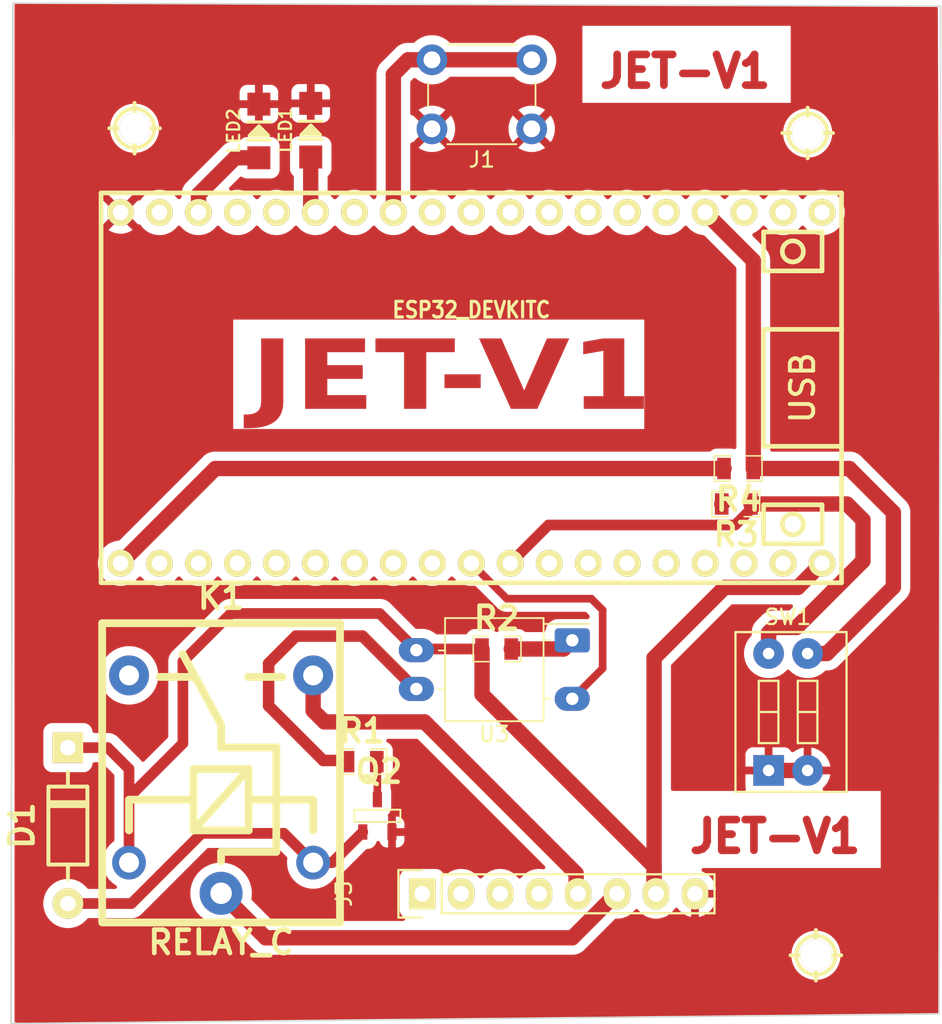
<source format=kicad_pcb>
(kicad_pcb (version 20221018) (generator pcbnew)
  (layers (0 "F.Cu" signal) (31 "B.Cu" signal) (34 "B.Paste" user) (35 "F.Paste" user) (36 "B.SilkS" user "B.Silkscreen") (37 "F.SilkS" user "F.Silkscreen") (38 "B.Mask" user) (39 "F.Mask" user) (44 "Edge.Cuts" user))
  (net 0 "")
  (net 1 "Net-(D1-A)")
  (net 2 "Net-(Q2-B)")
  (net 3 "GND")
  (net 4 "/D_OUT1")
  (net 5 "/D_OUT2")
  (net 6 "Net-(U3-A)")
  (net 7 "/R_OUT1")
  (net 8 "Net-(R1-Pad1)")
  (net 9 "/5V")
  (net 10 "/NEUTRAL_OUT")
  (net 11 "/NEUTRAL_IN")
  (net 13 "/3.3V")
  (net 44 "/BTN_IN")
  (net 48 "Net-(LED1-A)")
  (net 49 "Net-(LED2-A)")
  (footprint "Eestn5Pack:DO-41" (layer "F.Cu") (at 185.3946 143.51 90)
    (fp_text reference "D1" (at 0 -3 90) (layer "F.SilkS") (effects (font (size 1.524 1.524) (thickness 0.3048))))
    (fp_text value "DIODE" hide)
    (fp_line (start -2.54 -1.27) (end -2.54 1.27) (stroke (width 0.254)) (layer "F.SilkS"))
    (fp_line (start -2.54 -1.27) (end 2.54 -1.27) (stroke (width 0.254)) (layer "F.SilkS"))
    (fp_line (start -2.54 0) (end -3.5 0) (stroke (width 0.254)) (layer "F.SilkS"))
    (fp_line (start 1.27 -1.27) (end 1.27 1.27) (stroke (width 0.254)) (layer "F.SilkS"))
    (fp_line (start 1.524 1.27) (end 1.524 -1.27) (stroke (width 0.254)) (layer "F.SilkS"))
    (fp_line (start 2.54 -1.27) (end 2.54 1.27) (stroke (width 0.254)) (layer "F.SilkS"))
    (fp_line (start 2.54 1.27) (end -2.54 1.27) (stroke (width 0.254)) (layer "F.SilkS"))
    (fp_line (start 3.5 0) (end 2.54 0) (stroke (width 0.254)) (layer "F.SilkS"))
    (pad "1" thru_hole circle (at -5.08 0 90) (size 1.99898 1.99898) (drill 1.00076) (layers "*.Cu" "*.Mask" "F.SilkS") (net 1 "Net-(D1-A)"))
    (pad "2" thru_hole rect (at 5.08 0 90) (size 1.99898 1.99898) (drill 1.00076) (layers "*.Cu" "*.Mask" "F.SilkS") (net 9 "/5V"))
  )
  (footprint "Eestn5Pack:R_0805" (layer "F.Cu") (at 228.9556 122.555 180)
    (fp_text reference "R3" (at 0 -2) (layer "F.SilkS") (effects (font (size 1.5 1.5) (thickness 0.3))))
    (fp_text value "10k" hide)
    (fp_line (start -1.524 -0.8255) (end -0.508 -0.8255) (stroke (width 0.09906)) (layer "F.SilkS"))
    (fp_line (start -1.524 0.8255) (end -1.524 -0.8255) (stroke (width 0.09906)) (layer "F.SilkS"))
    (fp_line (start -0.508 0.8255) (end -1.524 0.8255) (stroke (width 0.09906)) (layer "F.SilkS"))
    (fp_line (start 0.508 -0.8255) (end 1.5875 -0.8255) (stroke (width 0.09906)) (layer "F.SilkS"))
    (fp_line (start 1.5875 -0.8255) (end 1.5875 0.8255) (stroke (width 0.09906)) (layer "F.SilkS"))
    (fp_line (start 1.5875 0.8255) (end 0.508 0.8255) (stroke (width 0.09906)) (layer "F.SilkS"))
    (pad "1" smd rect (at -0.9525 0 180) (size 0.889 1.397) (layers "F.Cu" "F.Paste" "F.Mask") (net 4 "/D_OUT1"))
    (pad "2" smd rect (at 0.9525 0 180) (size 0.889 1.397) (layers "F.Cu" "F.Paste" "F.Mask") (net 13 "/3.3V"))
  )
  (footprint "Eestn5Pack:hole_2mm" (layer "F.Cu") (at 233.6038 98.380534)
    (fp_text reference "H2" hide)
    (fp_text value "Mounting_Hole" hide)
    (fp_line (start -1.651 0) (end 1.651 0) (stroke (width 0.254)) (layer "F.SilkS"))
    (fp_line (start 0 -1.651) (end 0 1.651) (stroke (width 0.254)) (layer "F.SilkS"))
    (fp_circle (center 0 0) (end 1.27 -0.127) (stroke (width 0.254)) (fill none) (layer "F.SilkS"))
    (pad "1" thru_hole circle (at 0 0) (size 1.99898 1.99898) (drill 1.99898) (layers "*.Cu" "F.SilkS"))
  )
  (footprint "Eestn5Pack:Relay_C" (layer "F.Cu") (at 195.3768 139.823 180)
    (fp_text reference "K1" (at 0 11.2) (layer "F.SilkS") (effects (font (size 1.524 1.524) (thickness 0.3048))))
    (fp_text value "RELAY_C" (at 0 -11.3) (layer "F.SilkS") (effects (font (size 1.524 1.524) (thickness 0.3048))))
    (fp_line (start -7.75 -10) (end -7.75 9.5) (stroke (width 0.508)) (layer "F.SilkS"))
    (fp_line (start -7.75 -10) (end 7.65 -10) (stroke (width 0.508)) (layer "F.SilkS"))
    (fp_line (start -7.75 9.5) (end 7.75 9.5) (stroke (width 0.508)) (layer "F.SilkS"))
    (fp_line (start -6 -4) (end -6 -2) (stroke (width 0.508)) (layer "F.SilkS"))
    (fp_line (start -3.6 1.4) (end -3.6 -5.4) (stroke (width 0.508)) (layer "F.SilkS"))
    (fp_line (start -1.8 -4) (end 1.8 -4) (stroke (width 0.508)) (layer "F.SilkS"))
    (fp_line (start -1.8 -2) (end -6 -2) (stroke (width 0.508)) (layer "F.SilkS"))
    (fp_line (start -1.8 0) (end -1.8 -4) (stroke (width 0.508)) (layer "F.SilkS"))
    (fp_line (start -1.8 0) (end 1.8 -4) (stroke (width 0.508)) (layer "F.SilkS"))
    (fp_line (start -1.75 6) (end -4 6) (stroke (width 0.508)) (layer "F.SilkS"))
    (fp_line (start 0 -6) (end 0 -5.4) (stroke (width 0.508)) (layer "F.SilkS"))
    (fp_line (start 0 -5.4) (end -3.6 -5.4) (stroke (width 0.508)) (layer "F.SilkS"))
    (fp_line (start 0 1.4) (end -3.6 1.4) (stroke (width 0.508)) (layer "F.SilkS"))
    (fp_line (start 0 1.4) (end 0 2.9) (stroke (width 0.508)) (layer "F.SilkS"))
    (fp_line (start 0 2.9) (end 2.5 7.5) (stroke (width 0.508)) (layer "F.SilkS"))
    (fp_line (start 1.8 -4) (end 1.8 0) (stroke (width 0.508)) (layer "F.SilkS"))
    (fp_line (start 1.8 0) (end -1.8 0) (stroke (width 0.508)) (layer "F.SilkS"))
    (fp_line (start 4 6) (end 1.75 6) (stroke (width 0.508)) (layer "F.SilkS"))
    (fp_line (start 6 -4) (end 6 -2) (stroke (width 0.508)) (layer "F.SilkS"))
    (fp_line (start 6 -2) (end 1.8 -2) (stroke (width 0.508)) (layer "F.SilkS"))
    (fp_line (start 7.75 -10) (end 7.75 9.5) (stroke (width 0.508)) (layer "F.SilkS"))
    (pad "1" thru_hole circle (at 0 -8.1 180) (size 2.8 2.8) (drill 1.4) (layers "*.Cu" "*.Mask") (net 11 "/NEUTRAL_IN"))
    (pad "2" thru_hole circle (at -6 -6.1 180) (size 2.2 2.2) (drill 1.3) (layers "*.Cu" "*.Mask") (net 1 "Net-(D1-A)"))
    (pad "3" thru_hole circle (at -6 6.1 180) (size 2.6 2.6) (drill 1.3) (layers "*.Cu" "*.Mask") (net 10 "/NEUTRAL_OUT"))
    (pad "4" thru_hole circle (at 6 6.1 180) (size 2.6 2.6) (drill 1.3) (layers "*.Cu" "*.Mask"))
    (pad "5" thru_hole circle (at 6 -6.1 180) (size 2.2 2.2) (drill 1.3) (layers "*.Cu" "*.Mask") (net 9 "/5V"))
  )
  (footprint "Eestn5Pack:Dip_SW_2-300" (layer "F.Cu") (at 231.0592 139.9186)
    (fp_text reference "SW1" (at 1.25 -10) (layer "F.SilkS"))
    (fp_text value "SW_DIP_x02" hide)
    (fp_line (start -2.159 -9.017) (end 5.08 -9.017) (stroke (width 0.15)) (layer "F.SilkS"))
    (fp_line (start -2.159 1.397) (end -2.159 -9.017) (stroke (width 0.15)) (layer "F.SilkS"))
    (fp_line (start -0.64 -5.84) (end -0.64 -1.78) (stroke (width 0.15)) (layer "F.SilkS"))
    (fp_line (start -0.64 -3.81) (end 0.64 -3.81) (stroke (width 0.15)) (layer "F.SilkS"))
    (fp_line (start -0.64 -1.78) (end 0.64 -1.78) (stroke (width 0.15)) (layer "F.SilkS"))
    (fp_line (start 0.64 -5.84) (end -0.64 -5.84) (stroke (width 0.15)) (layer "F.SilkS"))
    (fp_line (start 0.64 -1.78) (end 0.64 -5.84) (stroke (width 0.15)) (layer "F.SilkS"))
    (fp_line (start 1.9 -5.84) (end 1.9 -1.78) (stroke (width 0.15)) (layer "F.SilkS"))
    (fp_line (start 1.9 -3.81) (end 3.18 -3.81) (stroke (width 0.15)) (layer "F.SilkS"))
    (fp_line (start 1.9 -1.78) (end 3.18 -1.78) (stroke (width 0.15)) (layer "F.SilkS"))
    (fp_line (start 3.18 -5.84) (end 1.9 -5.84) (stroke (width 0.15)) (layer "F.SilkS"))
    (fp_line (start 3.18 -1.78) (end 3.18 -5.84) (stroke (width 0.15)) (layer "F.SilkS"))
    (fp_line (start 5.08 -9.017) (end 5.08 1.397) (stroke (width 0.15)) (layer "F.SilkS"))
    (fp_line (start 5.08 1.397) (end -2.159 1.397) (stroke (width 0.15)) (layer "F.SilkS"))
    (pad "1" thru_hole rect (at 0 0) (size 2 2) (drill 0.75) (layers "*.Cu" "*.Mask") (net 3 "GND"))
    (pad "2" thru_hole oval (at 2.54 0) (size 2 2) (drill 0.75) (layers "*.Cu" "*.Mask") (net 3 "GND"))
    (pad "3" thru_hole oval (at 2.54 -7.62) (size 2 2) (drill 0.75) (layers "*.Cu" "*.Mask") (net 5 "/D_OUT2"))
    (pad "4" thru_hole oval (at 0 -7.62) (size 2 2) (drill 0.75) (layers "*.Cu" "*.Mask") (net 4 "/D_OUT1"))
  )
  (footprint "Eestn5Pack:ESP32S" (layer "F.Cu") (at 211.6836 114.9858)
    (fp_text reference "U1" hide)
    (fp_text value "ESP32_DEVKITC" (at 0 -5.08) (layer "F.SilkS") (effects (font (size 1.016 0.889) (thickness 0.2032))))
    (fp_text user "USB" (at 21.59 0 90) (layer "F.SilkS") (effects (font (size 1.524 1.524) (thickness 0.254))))
    (fp_line (start -24.13 -12.7) (end -24.13 12.7) (stroke (width 0.3048)) (layer "F.SilkS"))
    (fp_line (start -24.13 -12.7) (end 24.13 -12.7) (stroke (width 0.3048)) (layer "F.SilkS"))
    (fp_line (start 19.05 -10.16) (end 19.05 -7.62) (stroke (width 0.3048)) (layer "F.SilkS"))
    (fp_line (start 19.05 -7.62) (end 22.86 -7.62) (stroke (width 0.3048)) (layer "F.SilkS"))
    (fp_line (start 19.05 -3.81) (end 19.05 3.81) (stroke (width 0.3048)) (layer "F.SilkS"))
    (fp_line (start 19.05 3.81) (end 24.13 3.81) (stroke (width 0.3048)) (layer "F.SilkS"))
    (fp_line (start 19.05 7.62) (end 22.86 7.62) (stroke (width 0.3048)) (layer "F.SilkS"))
    (fp_line (start 19.05 10.16) (end 19.05 7.62) (stroke (width 0.3048)) (layer "F.SilkS"))
    (fp_line (start 22.86 -10.16) (end 19.05 -10.16) (stroke (width 0.3048)) (layer "F.SilkS"))
    (fp_line (start 22.86 -7.62) (end 22.86 -10.16) (stroke (width 0.3048)) (layer "F.SilkS"))
    (fp_line (start 22.86 7.62) (end 22.86 10.16) (stroke (width 0.3048)) (layer "F.SilkS"))
    (fp_line (start 22.86 10.16) (end 19.05 10.16) (stroke (width 0.3048)) (layer "F.SilkS"))
    (fp_line (start 24.13 -3.81) (end 19.05 -3.81) (stroke (width 0.3048)) (layer "F.SilkS"))
    (fp_line (start 24.13 12.7) (end -24.13 12.7) (stroke (width 0.3048)) (layer "F.SilkS"))
    (fp_line (start 24.13 12.7) (end 24.13 -12.7) (stroke (width 0.3048)) (layer "F.SilkS"))
    (fp_circle (center 20.955 -8.89) (end 21.5265 -8.509) (stroke (width 0.3048)) (fill none) (layer "F.SilkS"))
    (fp_circle (center 20.955 8.89) (end 21.5265 9.271) (stroke (width 0.3048)) (fill none) (layer "F.SilkS"))
    (pad "1" thru_hole circle (at -22.86 11.43) (size 1.75 1.75) (drill 1) (layers "*.Cu" "*.Mask" "F.SilkS") (net 13 "/3.3V"))
    (pad "2" thru_hole circle (at -20.32 11.43) (size 1.75 1.75) (drill 1) (layers "*.Cu" "*.Mask" "F.SilkS"))
    (pad "3" thru_hole circle (at -17.78 11.43) (size 1.75 1.75) (drill 1) (layers "*.Cu" "*.Mask" "F.SilkS"))
    (pad "4" thru_hole circle (at -15.24 11.43) (size 1.75 1.75) (drill 1) (layers "*.Cu" "*.Mask" "F.SilkS"))
    (pad "5" thru_hole circle (at -12.7 11.43) (size 1.75 1.75) (drill 1) (layers "*.Cu" "*.Mask" "F.SilkS"))
    (pad "6" thru_hole circle (at -10.16 11.43) (size 1.75 1.75) (drill 1) (layers "*.Cu" "*.Mask" "F.SilkS"))
    (pad "7" thru_hole circle (at -7.62 11.43) (size 1.75 1.75) (drill 1) (layers "*.Cu" "*.Mask" "F.SilkS"))
    (pad "8" thru_hole circle (at -5.08 11.43) (size 1.75 1.75) (drill 1) (layers "*.Cu" "*.Mask" "F.SilkS"))
    (pad "9" thru_hole circle (at -2.54 11.43) (size 1.75 1.75) (drill 1) (layers "*.Cu" "*.Mask" "F.SilkS"))
    (pad "10" thru_hole circle (at 0 11.43) (size 1.75 1.75) (drill 1) (layers "*.Cu" "*.Mask" "F.SilkS") (net 7 "/R_OUT1"))
    (pad "11" thru_hole circle (at 2.54 11.43) (size 1.75 1.75) (drill 1) (layers "*.Cu" "*.Mask" "F.SilkS") (net 4 "/D_OUT1"))
    (pad "12" thru_hole circle (at 5.08 11.43) (size 1.75 1.75) (drill 1) (layers "*.Cu" "*.Mask" "F.SilkS"))
    (pad "13" thru_hole circle (at 7.62 11.43) (size 1.75 1.75) (drill 1) (layers "*.Cu" "*.Mask" "F.SilkS"))
    (pad "14" thru_hole circle (at 10.16 11.43) (size 1.75 1.75) (drill 1) (layers "*.Cu" "*.Mask" "F.SilkS"))
    (pad "15" thru_hole circle (at 12.7 11.43) (size 1.75 1.75) (drill 1) (layers "*.Cu" "*.Mask" "F.SilkS"))
    (pad "16" thru_hole circle (at 15.24 11.43) (size 1.75 1.75) (drill 1) (layers "*.Cu" "*.Mask" "F.SilkS"))
    (pad "17" thru_hole circle (at 17.78 11.43) (size 1.75 1.75) (drill 1) (layers "*.Cu" "*.Mask" "F.SilkS"))
    (pad "18" thru_hole circle (at 20.32 11.43) (size 1.75 1.75) (drill 1) (layers "*.Cu" "*.Mask" "F.SilkS"))
    (pad "19" thru_hole circle (at 22.86 11.43) (size 1.75 1.75) (drill 1) (layers "*.Cu" "*.Mask" "F.SilkS") (net 9 "/5V"))
    (pad "20" thru_hole circle (at 22.86 -11.43 180) (size 1.75 1.75) (drill 1) (layers "*.Cu" "*.Mask" "F.SilkS"))
    (pad "21" thru_hole circle (at 20.32 -11.43 180) (size 1.75 1.75) (drill 1) (layers "*.Cu" "*.Mask" "F.SilkS"))
    (pad "22" thru_hole circle (at 17.78 -11.43 180) (size 1.75 1.75) (drill 1) (layers "*.Cu" "*.Mask" "F.SilkS"))
    (pad "23" thru_hole circle (at 15.24 -11.43 180) (size 1.75 1.75) (drill 1) (layers "*.Cu" "*.Mask" "F.SilkS") (net 5 "/D_OUT2"))
    (pad "24" thru_hole circle (at 12.7 -11.43 180) (size 1.75 1.75) (drill 1) (layers "*.Cu" "*.Mask" "F.SilkS"))
    (pad "25" thru_hole circle (at 10.16 -11.43 180) (size 1.75 1.75) (drill 1) (layers "*.Cu" "*.Mask" "F.SilkS"))
    (pad "26" thru_hole circle (at 7.62 -11.43 180) (size 1.75 1.75) (drill 1) (layers "*.Cu" "*.Mask" "F.SilkS"))
    (pad "27" thru_hole circle (at 5.08 -11.43 180) (size 1.75 1.75) (drill 1) (layers "*.Cu" "*.Mask" "F.SilkS"))
    (pad "28" thru_hole circle (at 2.54 -11.43 180) (size 1.75 1.75) (drill 1) (layers "*.Cu" "*.Mask" "F.SilkS"))
    (pad "29" thru_hole circle (at 0 -11.43 180) (size 1.75 1.75) (drill 1) (layers "*.Cu" "*.Mask" "F.SilkS"))
    (pad "30" thru_hole circle (at -2.54 -11.43 180) (size 1.75 1.75) (drill 1) (layers "*.Cu" "*.Mask" "F.SilkS"))
    (pad "31" thru_hole circle (at -5.08 -11.43 180) (size 1.75 1.75) (drill 1) (layers "*.Cu" "*.Mask" "F.SilkS") (net 44 "/BTN_IN"))
    (pad "32" thru_hole circle (at -7.62 -11.43 180) (size 1.75 1.75) (drill 1) (layers "*.Cu" "*.Mask" "F.SilkS"))
    (pad "33" thru_hole circle (at -10.16 -11.43 180) (size 1.75 1.75) (drill 1) (layers "*.Cu" "*.Mask" "F.SilkS") (net 48 "Net-(LED1-A)"))
    (pad "34" thru_hole circle (at -12.7 -11.43 180) (size 1.75 1.75) (drill 1) (layers "*.Cu" "*.Mask" "F.SilkS"))
    (pad "35" thru_hole circle (at -15.24 -11.43 180) (size 1.75 1.75) (drill 1) (layers "*.Cu" "*.Mask" "F.SilkS"))
    (pad "36" thru_hole circle (at -17.78 -11.43 180) (size 1.75 1.75) (drill 1) (layers "*.Cu" "*.Mask" "F.SilkS") (net 49 "Net-(LED2-A)"))
    (pad "37" thru_hole circle (at -20.32 -11.43 180) (size 1.75 1.75) (drill 1) (layers "*.Cu" "*.Mask" "F.SilkS"))
    (pad "38" thru_hole circle (at -22.86 -11.43 180) (size 1.75 1.75) (drill 1) (layers "*.Cu" "*.Mask" "F.SilkS") (net 3 "GND"))
  )
  (footprint "Eestn5Pack:SOT23" (layer "F.Cu") (at 205.5622 142.875)
    (fp_text reference "Q2" (at 0.1 -2.9) (layer "F.SilkS") (effects (font (size 1.5 1.5) (thickness 0.3))))
    (fp_text value "NPN" hide)
    (fp_line (start -1.5 0.4) (end -1.5 -0.4) (stroke (width 0.127)) (layer "F.SilkS"))
    (fp_line (start -1.4972 -0.4) (end 1.5 -0.4) (stroke (width 0.127)) (layer "F.SilkS"))
    (fp_line (start 1.5 -0.4) (end 1.5 0.4) (stroke (width 0.127)) (layer "F.SilkS"))
    (fp_line (start 1.5 0.4) (end -1.4972 0.4) (stroke (width 0.127)) (layer "F.SilkS"))
    (pad "1" smd rect (at -0.9525 1.05664) (size 0.59944 1.00076) (layers "F.Cu" "F.Paste" "F.Mask") (net 1 "Net-(D1-A)"))
    (pad "2" smd rect (at 0 -1.05664) (size 0.59944 1.00076) (layers "F.Cu" "F.Paste" "F.Mask") (net 2 "Net-(Q2-B)"))
    (pad "3" smd rect (at 0.9525 1.05664) (size 0.59944 1.00076) (layers "F.Cu" "F.Paste" "F.Mask") (net 3 "GND"))
  )
  (footprint "Eestn5Pack:R_0805" (layer "F.Cu") (at 204.5716 139.3444)
    (fp_text reference "R1" (at 0 -2) (layer "F.SilkS") (effects (font (size 1.5 1.5) (thickness 0.3))))
    (fp_text value "510" hide)
    (fp_line (start -1.524 -0.8255) (end -0.508 -0.8255) (stroke (width 0.09906)) (layer "F.SilkS"))
    (fp_line (start -1.524 0.8255) (end -1.524 -0.8255) (stroke (width 0.09906)) (layer "F.SilkS"))
    (fp_line (start -0.508 0.8255) (end -1.524 0.8255) (stroke (width 0.09906)) (layer "F.SilkS"))
    (fp_line (start 0.508 -0.8255) (end 1.5875 -0.8255) (stroke (width 0.09906)) (layer "F.SilkS"))
    (fp_line (start 1.5875 -0.8255) (end 1.5875 0.8255) (stroke (width 0.09906)) (layer "F.SilkS"))
    (fp_line (start 1.5875 0.8255) (end 0.508 0.8255) (stroke (width 0.09906)) (layer "F.SilkS"))
    (pad "1" smd rect (at -0.9525 0) (size 0.889 1.397) (layers "F.Cu" "F.Paste" "F.Mask") (net 8 "Net-(R1-Pad1)"))
    (pad "2" smd rect (at 0.9525 0) (size 0.889 1.397) (layers "F.Cu" "F.Paste" "F.Mask") (net 2 "Net-(Q2-B)"))
  )
  (footprint "Button_Switch_THT:SW_PUSH_6mm" (layer "F.Cu") (at 215.6194 98.1096 180)
    (fp_text reference "J1" (at 3.25 -2 180) (layer "F.SilkS"))
    (fp_text value "boton")
    (fp_line (start -0.25 1.5) (end -0.25 3) (stroke (width 0.12)) (layer "F.SilkS"))
    (fp_line (start 1 5.5) (end 5.5 5.5) (stroke (width 0.12)) (layer "F.SilkS"))
    (fp_line (start 5.5 -1) (end 1 -1) (stroke (width 0.12)) (layer "F.SilkS"))
    (fp_line (start 6.75 3) (end 6.75 1.5) (stroke (width 0.12)) (layer "F.SilkS"))
    (pad "1" thru_hole circle (at 0 0 270) (size 2 2) (drill 1.1) (layers "*.Cu" "*.Mask") (net 3 "GND"))
    (pad "1" thru_hole circle (at 6.5 0 270) (size 2 2) (drill 1.1) (layers "*.Cu" "*.Mask") (net 3 "GND"))
    (pad "2" thru_hole circle (at 0 4.5 270) (size 2 2) (drill 1.1) (layers "*.Cu" "*.Mask") (net 44 "/BTN_IN"))
    (pad "2" thru_hole circle (at 6.5 4.5 270) (size 2 2) (drill 1.1) (layers "*.Cu" "*.Mask") (net 44 "/BTN_IN"))
  )
  (footprint "Eestn5Pack:R_0805" (layer "F.Cu") (at 213.3346 132.0038)
    (fp_text reference "R2" (at 0 -2) (layer "F.SilkS") (effects (font (size 1.5 1.5) (thickness 0.3))))
    (fp_text value "R1k" hide)
    (fp_line (start -1.524 -0.8255) (end -0.508 -0.8255) (stroke (width 0.09906)) (layer "F.SilkS"))
    (fp_line (start -1.524 0.8255) (end -1.524 -0.8255) (stroke (width 0.09906)) (layer "F.SilkS"))
    (fp_line (start -0.508 0.8255) (end -1.524 0.8255) (stroke (width 0.09906)) (layer "F.SilkS"))
    (fp_line (start 0.508 -0.8255) (end 1.5875 -0.8255) (stroke (width 0.09906)) (layer "F.SilkS"))
    (fp_line (start 1.5875 -0.8255) (end 1.5875 0.8255) (stroke (width 0.09906)) (layer "F.SilkS"))
    (fp_line (start 1.5875 0.8255) (end 0.508 0.8255) (stroke (width 0.09906)) (layer "F.SilkS"))
    (pad "1" smd rect (at -0.9525 0) (size 0.889 1.397) (layers "F.Cu" "F.Paste" "F.Mask") (net 9 "/5V"))
    (pad "2" smd rect (at 0.9525 0) (size 0.889 1.397) (layers "F.Cu" "F.Paste" "F.Mask") (net 6 "Net-(U3-A)"))
  )
  (footprint "OptoDevice:Luna_NSL-32" (layer "F.Cu") (at 218.2622 131.44 180)
    (fp_text reference "U3" (at 5.08 -6.11) (layer "F.SilkS"))
    (fp_text value "NSL-32")
    (fp_line (start -1.12 1.07) (end 1.87 1.07) (stroke (width 0.12)) (layer "F.SilkS"))
    (fp_line (start 1.46 -3.8) (end 1.87 -3.8) (stroke (width 0.12)) (layer "F.SilkS"))
    (fp_line (start 1.46 0) (end 1.87 0) (stroke (width 0.12)) (layer "F.SilkS"))
    (fp_line (start 1.87 -5.27) (end 8.29 -5.27) (stroke (width 0.12)) (layer "F.SilkS"))
    (fp_line (start 1.87 1.45) (end 1.87 -5.27) (stroke (width 0.12)) (layer "F.SilkS"))
    (fp_line (start 8.29 -5.27) (end 8.29 1.45) (stroke (width 0.12)) (layer "F.SilkS"))
    (fp_line (start 8.29 -3.21) (end 8.7 -3.21) (stroke (width 0.12)) (layer "F.SilkS"))
    (fp_line (start 8.29 -0.66) (end 8.7 -0.66) (stroke (width 0.12)) (layer "F.SilkS"))
    (fp_line (start 8.29 1.45) (end 1.87 1.45) (stroke (width 0.12)) (layer "F.SilkS"))
    (pad "1" thru_hole roundrect (at 0 0 180) (size 2.29 1.57) (drill 0.81) (layers "*.Cu" "*.Mask") (roundrect_rratio 0.159) (net 6 "Net-(U3-A)"))
    (pad "2" thru_hole oval (at 0 -3.81 180) (size 2.29 1.57) (drill 0.81) (layers "*.Cu" "*.Mask") (net 7 "/R_OUT1"))
    (pad "3" thru_hole oval (at 10.16 -3.17 180) (size 2.29 1.57) (drill 0.81) (layers "*.Cu" "*.Mask") (net 8 "Net-(R1-Pad1)"))
    (pad "4" thru_hole oval (at 10.16 -0.64 180) (size 2.29 1.57) (drill 0.81) (layers "*.Cu" "*.Mask") (net 9 "/5V"))
  )
  (footprint "Eestn5Pack:LED_1206" (layer "F.Cu") (at 197.8406 98.2472 90)
    (fp_text reference "LED2" (at 0 -1.651 90) (layer "F.SilkS") (effects (font (size 0.8001 0.8001) (thickness 0.14986))))
    (fp_text value "GREEN" hide)
    (fp_line (start -0.5842 -0.7366) (end -0.5842 0.7366) (stroke (width 0.2032)) (layer "F.SilkS"))
    (fp_line (start -0.29972 -0.59944) (end -0.29972 0.59944) (stroke (width 0.254)) (layer "F.SilkS"))
    (fp_line (start -0.29972 0.59944) (end 0.29972 0) (stroke (width 0.254)) (layer "F.SilkS"))
    (fp_line (start -0.09906 0.29972) (end -0.09906 -0.29972) (stroke (width 0.254)) (layer "F.SilkS"))
    (fp_line (start 0 -0.20066) (end 0 0.09906) (stroke (width 0.254)) (layer "F.SilkS"))
    (fp_line (start 0.29972 0) (end -0.29972 -0.59944) (stroke (width 0.254)) (layer "F.SilkS"))
    (fp_line (start 0.5842 0.7366) (end 0.5842 -0.7366) (stroke (width 0.2032)) (layer "F.SilkS"))
    (pad "1" smd rect (at -1.74752 0 90) (size 1.4986 1.4986) (layers "F.Cu" "F.Paste" "F.Mask") (net 49 "Net-(LED2-A)"))
    (pad "2" smd rect (at 1.74752 0 90) (size 1.4986 1.4986) (layers "F.Cu" "F.Paste" "F.Mask") (net 3 "GND"))
  )
  (footprint "Eestn5Pack:hole_2mm" (layer "F.Cu") (at 189.738 98.0694)
    (fp_text reference "H2" hide)
    (fp_text value "Mounting_Hole" hide)
    (fp_line (start -1.651 0) (end 1.651 0) (stroke (width 0.254)) (layer "F.SilkS"))
    (fp_line (start 0 -1.651) (end 0 1.651) (stroke (width 0.254)) (layer "F.SilkS"))
    (fp_circle (center 0 0) (end 1.27 -0.127) (stroke (width 0.254)) (fill none) (layer "F.SilkS"))
    (pad "1" thru_hole circle (at 0 0) (size 1.99898 1.99898) (drill 1.99898) (layers "*.Cu" "F.SilkS"))
  )
  (footprint "Eestn5Pack:hole_2mm" (layer "F.Cu") (at 234.143534 151.961866)
    (fp_text reference "H1" hide)
    (fp_text value "Mounting_Hole" hide)
    (fp_line (start -1.651 0) (end 1.651 0) (stroke (width 0.254)) (layer "F.SilkS"))
    (fp_line (start 0 -1.651) (end 0 1.651) (stroke (width 0.254)) (layer "F.SilkS"))
    (fp_circle (center 0 0) (end 1.27 -0.127) (stroke (width 0.254)) (fill none) (layer "F.SilkS"))
    (pad "1" thru_hole circle (at 0 0) (size 1.99898 1.99898) (drill 1.99898) (layers "*.Cu" "F.SilkS"))
  )
  (footprint "Eestn5Pack:R_0805" (layer "F.Cu") (at 229.108 120.2436 180)
    (fp_text reference "R4" (at 0 -2) (layer "F.SilkS") (effects (font (size 1.5 1.5) (thickness 0.3))))
    (fp_text value "10k" hide)
    (fp_line (start -1.524 -0.8255) (end -0.508 -0.8255) (stroke (width 0.09906)) (layer "F.SilkS"))
    (fp_line (start -1.524 0.8255) (end -1.524 -0.8255) (stroke (width 0.09906)) (layer "F.SilkS"))
    (fp_line (start -0.508 0.8255) (end -1.524 0.8255) (stroke (width 0.09906)) (layer "F.SilkS"))
    (fp_line (start 0.508 -0.8255) (end 1.5875 -0.8255) (stroke (width 0.09906)) (layer "F.SilkS"))
    (fp_line (start 1.5875 -0.8255) (end 1.5875 0.8255) (stroke (width 0.09906)) (layer "F.SilkS"))
    (fp_line (start 1.5875 0.8255) (end 0.508 0.8255) (stroke (width 0.09906)) (layer "F.SilkS"))
    (pad "1" smd rect (at -0.9525 0 180) (size 0.889 1.397) (layers "F.Cu" "F.Paste" "F.Mask") (net 5 "/D_OUT2"))
    (pad "2" smd rect (at 0.9525 0 180) (size 0.889 1.397) (layers "F.Cu" "F.Paste" "F.Mask") (net 13 "/3.3V"))
  )
  (footprint "Eestn5Pack:LED_1206" (layer "F.Cu") (at 201.2188 98.1964 90)
    (fp_text reference "LED1" (at 0 -1.651 90) (layer "F.SilkS") (effects (font (size 0.8001 0.8001) (thickness 0.14986))))
    (fp_text value "RED" hide)
    (fp_line (start -0.5842 -0.7366) (end -0.5842 0.7366) (stroke (width 0.2032)) (layer "F.SilkS"))
    (fp_line (start -0.29972 -0.59944) (end -0.29972 0.59944) (stroke (width 0.254)) (layer "F.SilkS"))
    (fp_line (start -0.29972 0.59944) (end 0.29972 0) (stroke (width 0.254)) (layer "F.SilkS"))
    (fp_line (start -0.09906 0.29972) (end -0.09906 -0.29972) (stroke (width 0.254)) (layer "F.SilkS"))
    (fp_line (start 0 -0.20066) (end 0 0.09906) (stroke (width 0.254)) (layer "F.SilkS"))
    (fp_line (start 0.29972 0) (end -0.29972 -0.59944) (stroke (width 0.254)) (layer "F.SilkS"))
    (fp_line (start 0.5842 0.7366) (end 0.5842 -0.7366) (stroke (width 0.2032)) (layer "F.SilkS"))
    (pad "1" smd rect (at -1.74752 0 90) (size 1.4986 1.4986) (layers "F.Cu" "F.Paste" "F.Mask") (net 48 "Net-(LED1-A)"))
    (pad "2" smd rect (at 1.74752 0 90) (size 1.4986 1.4986) (layers "F.Cu" "F.Paste" "F.Mask") (net 3 "GND"))
  )
  (footprint "Eestn5Pack:Pin_Header_Straight_1x08" (layer "F.Cu") (at 208.4832 147.955 90)
    (fp_text reference "J3" (at 0 -5.1 90) (layer "F.SilkS"))
    (fp_text value "teclado num 4x4")
    (fp_line (start -1.55 -1.55) (end 1.55 -1.55) (stroke (width 0.15)) (layer "F.SilkS"))
    (fp_line (start -1.55 0) (end -1.55 -1.55) (stroke (width 0.15)) (layer "F.SilkS"))
    (fp_line (start -1.27 19.05) (end -1.27 1.27) (stroke (width 0.15)) (layer "F.SilkS"))
    (fp_line (start 1.27 1.27) (end -1.27 1.27) (stroke (width 0.15)) (layer "F.SilkS"))
    (fp_line (start 1.27 1.27) (end 1.27 19.05) (stroke (width 0.15)) (layer "F.SilkS"))
    (fp_line (start 1.27 19.05) (end -1.27 19.05) (stroke (width 0.15)) (layer "F.SilkS"))
    (fp_line (start 1.55 -1.55) (end 1.55 0) (stroke (width 0.15)) (layer "F.SilkS"))
    (pad "1" thru_hole rect (at 0 0 90) (size 2.032 1.7272) (drill 1.016) (layers "*.Cu" "*.Mask" "F.SilkS"))
    (pad "2" thru_hole oval (at 0 2.54 90) (size 2.032 1.7272) (drill 1.016) (layers "*.Cu" "*.Mask" "F.SilkS"))
    (pad "3" thru_hole oval (at 0 5.08 90) (size 2.032 1.7272) (drill 1.016) (layers "*.Cu" "*.Mask" "F.SilkS"))
    (pad "4" thru_hole oval (at 0 7.62 90) (size 2.032 1.7272) (drill 1.016) (layers "*.Cu" "*.Mask" "F.SilkS"))
    (pad "5" thru_hole oval (at 0 10.16 90) (size 2.032 1.7272) (drill 1.016) (layers "*.Cu" "*.Mask" "F.SilkS") (net 10 "/NEUTRAL_OUT"))
    (pad "6" thru_hole oval (at 0 12.7 90) (size 2.032 1.7272) (drill 1.016) (layers "*.Cu" "*.Mask" "F.SilkS") (net 11 "/NEUTRAL_IN"))
    (pad "7" thru_hole oval (at 0 15.24 90) (size 2.032 1.7272) (drill 1.016) (layers "*.Cu" "*.Mask" "F.SilkS") (net 9 "/5V"))
    (pad "8" thru_hole oval (at 0 17.78 90) (size 2.032 1.7272) (drill 1.016) (layers "*.Cu" "*.Mask" "F.SilkS") (net 3 "GND"))
  )
  (gr_line (start 181.6862 156.4132) (end 181.8132 89.916) (stroke (width 0.1)) (layer "Edge.Cuts"))
  (gr_line (start 242.2652 90.1192) (end 242.1636 155.7782) (stroke (width 0.1)) (layer "Edge.Cuts"))
  (gr_line (start 242.1636 155.7782) (end 181.6862 156.4132) (stroke (width 0.1)) (layer "Edge.Cuts"))
  (gr_line (start 181.8132 89.916) (end 242.2652 90.1192) (stroke (width 0.1)) (layer "Edge.Cuts"))
  (gr_text "JET-V1" (at 197.2818 117.1194) (layer "F.Cu") (effects (font (size 4.5 5.5) (thickness 0.3) bold) (justify left bottom)))
  (gr_text "JET-V1\n" (at 219.8116 95.5294) (layer "F.Cu") (effects (font (size 2 2) (thickness 0.5) bold) (justify left bottom)))
  (gr_text "JET-V1\n" (at 225.679 145.3896) (layer "F.Cu") (effects (font (size 2 2) (thickness 0.5) bold) (justify left bottom)))
  (segment (start 202.61834 145.923) (end 204.6097 143.93164) (width 0.7) (layer "F.Cu") (net 1))
  (segment (start 189.5348 148.59) (end 185.3946 148.59) (width 0.7) (layer "F.Cu") (net 1))
  (segment (start 199.4718 144.018) (end 194.1068 144.018) (width 0.7) (layer "F.Cu") (net 1))
  (segment (start 201.3768 145.923) (end 199.4718 144.018) (width 0.7) (layer "F.Cu") (net 1))
  (segment (start 201.3768 145.923) (end 202.61834 145.923) (width 0.7) (layer "F.Cu") (net 1))
  (segment (start 194.1068 144.018) (end 189.5348 148.59) (width 0.7) (layer "F.Cu") (net 1))
  (segment (start 205.5622 141.81836) (end 205.5622 139.3825) (width 0.5) (layer "F.Cu") (net 2))
  (segment (start 205.5622 139.3825) (end 205.5241 139.3444) (width 0.5) (layer "F.Cu") (net 2))
  (segment (start 231.0592 139.9186) (end 233.5992 139.9186) (width 1) (layer "F.Cu") (net 3))
  (segment (start 229.9081 122.893) (end 229.9081 122.555) (width 0.7) (layer "F.Cu") (net 4))
  (segment (start 228.8745 123.9266) (end 229.9081 122.893) (width 0.7) (layer "F.Cu") (net 4))
  (segment (start 236.1692 122.555) (end 237.2106 123.5964) (width 1) (layer "F.Cu") (net 4))
  (segment (start 231.4022 130.5986) (end 231.0592 130.9416) (width 1) (layer "F.Cu") (net 4))
  (segment (start 237.2106 123.5964) (end 237.2106 126.2634) (width 1) (layer "F.Cu") (net 4))
  (segment (start 231.0592 130.9416) (end 231.0592 132.2986) (width 1) (layer "F.Cu") (net 4))
  (segment (start 229.9081 122.555) (end 236.1692 122.555) (width 1) (layer "F.Cu") (net 4))
  (segment (start 216.7128 123.9266) (end 228.8745 123.9266) (width 0.7) (layer "F.Cu") (net 4))
  (segment (start 237.2106 126.2634) (end 232.8754 130.5986) (width 1) (layer "F.Cu") (net 4))
  (segment (start 232.8754 130.5986) (end 231.4022 130.5986) (width 1) (layer "F.Cu") (net 4))
  (segment (start 214.2236 126.4158) (end 216.7128 123.9266) (width 0.7) (layer "F.Cu") (net 4))
  (segment (start 230.0605 106.6927) (end 230.0605 120.2436) (width 1) (layer "F.Cu") (net 5))
  (segment (start 236.3216 120.2436) (end 239.1918 123.1138) (width 1) (layer "F.Cu") (net 5))
  (segment (start 226.9236 103.5558) (end 230.0605 106.6927) (width 1) (layer "F.Cu") (net 5))
  (segment (start 230.0605 120.2436) (end 236.3216 120.2436) (width 1) (layer "F.Cu") (net 5))
  (segment (start 239.1918 127.9652) (end 234.8584 132.2986) (width 1) (layer "F.Cu") (net 5))
  (segment (start 239.1918 123.1138) (end 239.1918 127.9652) (width 1) (layer "F.Cu") (net 5))
  (segment (start 234.8584 132.2986) (end 233.5992 132.2986) (width 1) (layer "F.Cu") (net 5))
  (segment (start 214.2871 132.0038) (end 217.6984 132.0038) (width 1) (layer "F.Cu") (net 6))
  (segment (start 217.6984 132.0038) (end 218.2622 131.44) (width 1) (layer "F.Cu") (net 6))
  (segment (start 220.2434 129.4638) (end 220.2434 133.2688) (width 0.5) (layer "F.Cu") (net 7))
  (segment (start 220.2434 133.2688) (end 218.2622 135.25) (width 0.5) (layer "F.Cu") (net 7))
  (segment (start 211.6836 126.4158) (end 213.995 128.7272) (width 0.5) (layer "F.Cu") (net 7))
  (segment (start 219.5068 128.7272) (end 220.2434 129.4638) (width 0.5) (layer "F.Cu") (net 7))
  (segment (start 213.995 128.7272) (end 219.5068 128.7272) (width 0.5) (layer "F.Cu") (net 7))
  (segment (start 198.4756 132.9436) (end 200.2536 131.1656) (width 0.75) (layer "F.Cu") (net 8))
  (segment (start 204.5934 131.1656) (end 207.961414 134.533614) (width 0.75) (layer "F.Cu") (net 8))
  (segment (start 202.033814 139.268014) (end 198.4756 135.7098) (width 0.75) (layer "F.Cu") (net 8))
  (segment (start 200.2536 131.1656) (end 204.5934 131.1656) (width 0.75) (layer "F.Cu") (net 8))
  (segment (start 203.478314 139.268014) (end 202.033814 139.268014) (width 0.75) (layer "F.Cu") (net 8))
  (segment (start 198.4756 135.7098) (end 198.4756 132.9436) (width 0.75) (layer "F.Cu") (net 8))
  (segment (start 223.5962 132.588) (end 228.1934 127.9908) (width 1) (layer "F.Cu") (net 9))
  (segment (start 189.3768 141.5852) (end 189.453 141.5852) (width 0.7) (layer "F.Cu") (net 9))
  (segment (start 189.3768 141.5852) (end 189.3768 139.8214) (width 0.7) (layer "F.Cu") (net 9))
  (segment (start 187.9854 138.43) (end 185.3946 138.43) (width 0.7) (layer "F.Cu") (net 9))
  (segment (start 192.8876 138.1506) (end 192.8876 132.8166) (width 0.7) (layer "F.Cu") (net 9))
  (segment (start 232.9686 127.9908) (end 234.5436 126.4158) (width 1) (layer "F.Cu") (net 9))
  (segment (start 223.5962 148.0312) (end 223.5962 146.177) (width 1) (layer "F.Cu") (net 9))
  (segment (start 189.3768 139.8214) (end 187.9854 138.43) (width 0.7) (layer "F.Cu") (net 9))
  (segment (start 223.5962 146.177) (end 212.3821 134.9629) (width 1) (layer "F.Cu") (net 9))
  (segment (start 189.453 141.5852) (end 192.8876 138.1506) (width 0.7) (layer "F.Cu") (net 9))
  (segment (start 208.1784 132.0038) (end 208.1022 132.08) (width 0.7) (layer "F.Cu") (net 9))
  (segment (start 205.7146 129.6924) (end 208.1022 132.08) (width 0.7) (layer "F.Cu") (net 9))
  (segment (start 189.3768 145.923) (end 189.3768 141.5852) (width 0.7) (layer "F.Cu") (net 9))
  (segment (start 223.5962 148.0312) (end 223.5962 132.588) (width 1) (layer "F.Cu") (net 9))
  (segment (start 228.1934 127.9908) (end 232.9686 127.9908) (width 1) (layer "F.Cu") (net 9))
  (segment (start 196.0118 129.6924) (end 205.7146 129.6924) (width 0.7) (layer "F.Cu") (net 9))
  (segment (start 192.8876 132.8166) (end 196.0118 129.6924) (width 0.7) (layer "F.Cu") (net 9))
  (segment (start 212.3821 132.0038) (end 208.1784 132.0038) (width 0.7) (layer "F.Cu") (net 9))
  (segment (start 212.3821 134.9629) (end 212.3821 132.0038) (width 1) (layer "F.Cu") (net 9))
  (segment (start 218.5162 146.6342) (end 218.5162 148.0312) (width 1) (layer "F.Cu") (net 10))
  (segment (start 201.3768 136.0209) (end 202.1095 136.7536) (width 1) (layer "F.Cu") (net 10))
  (segment (start 208.6356 136.7536) (end 218.5162 146.6342) (width 1) (layer "F.Cu") (net 10))
  (segment (start 201.3768 133.723) (end 201.3768 136.0209) (width 1) (layer "F.Cu") (net 10))
  (segment (start 202.1095 136.7536) (end 208.6356 136.7536) (width 1) (layer "F.Cu") (net 10))
  (segment (start 195.3768 147.923) (end 198.279 150.8252) (width 1) (layer "F.Cu") (net 11))
  (segment (start 218.2622 150.8252) (end 221.0562 148.0312) (width 1) (layer "F.Cu") (net 11))
  (segment (start 198.279 150.8252) (end 218.2622 150.8252) (width 1) (layer "F.Cu") (net 11))
  (segment (start 228.1555 122.4026) (end 228.0031 122.555) (width 1) (layer "F.Cu") (net 13))
  (segment (start 228.1555 120.2436) (end 194.9958 120.2436) (width 1) (layer "F.Cu") (net 13))
  (segment (start 194.9958 120.2436) (end 188.8236 126.4158) (width 1) (layer "F.Cu") (net 13))
  (segment (start 206.6036 94.5642) (end 207.5582 93.6096) (width 1) (layer "F.Cu") (net 44))
  (segment (start 209.1194 93.6096) (end 215.6194 93.6096) (width 1) (layer "F.Cu") (net 44))
  (segment (start 206.6036 103.5558) (end 206.6036 94.5642) (width 1) (layer "F.Cu") (net 44))
  (segment (start 207.5582 93.6096) (end 209.1194 93.6096) (width 1) (layer "F.Cu") (net 44))
  (segment (start 201.2188 103.251) (end 201.5236 103.5558) (width 1) (layer "F.Cu") (net 48))
  (segment (start 201.2188 99.94392) (end 201.2188 103.251) (width 1) (layer "F.Cu") (net 48))
  (segment (start 196.29628 99.99472) (end 193.9036 102.3874) (width 1) (layer "F.Cu") (net 49))
  (segment (start 193.9036 102.3874) (end 193.9036 103.5558) (width 1) (layer "F.Cu") (net 49))
  (segment (start 197.8406 99.99472) (end 196.29628 99.99472) (width 1) (layer "F.Cu") (net 49))
  (zone (net 3) (net_name "GND") (layer "F.Cu") (connect_pads (clearance 0.6)) (min_thickness 0.254) (fill yes (thermal_gap 0.508) (thermal_bridge_width 0.508))
    (polygon (pts (xy 242.0874 90.0938) (xy 242.3668 156.0322) (xy 181.9148 156.3624) (xy 181.9148 89.7128)))
  )
)
</source>
